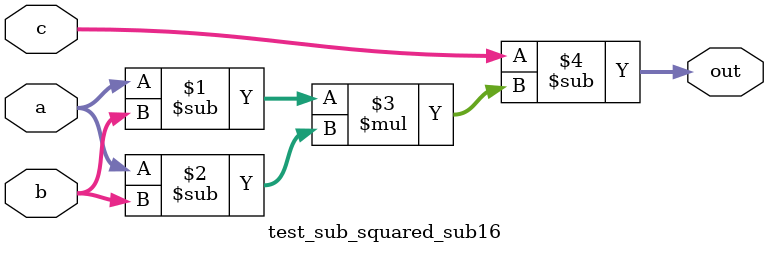
<source format=v>
module test_sub_squared_sub16(input [15:0] a, input [15:0] b, input [15:0] c, output [15:0] out);
  assign out = c - ((a - b) * (a - b));
endmodule
</source>
